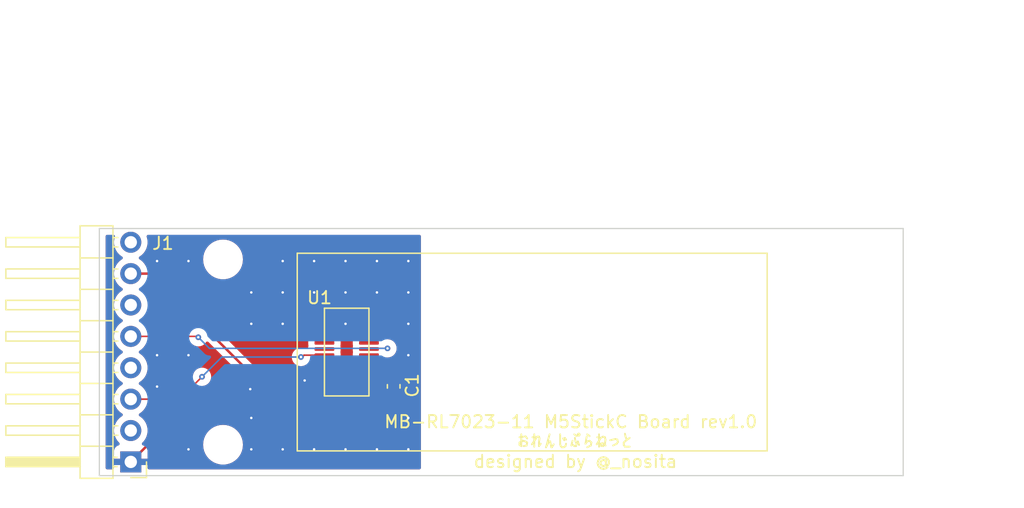
<source format=kicad_pcb>
(kicad_pcb (version 20211014) (generator pcbnew)
  (layers (0 "F.Cu" signal) (31 "B.Cu" signal) (34 "B.Paste" user) (35 "F.Paste" user) (36 "B.SilkS" user "B.Silkscreen") (37 "F.SilkS" user "F.Silkscreen") (38 "B.Mask" user) (39 "F.Mask" user) (44 "Edge.Cuts" user))
  (net 0 "")
  (net 1 "GND")
  (net 2 "+3V3")
  (net 4 "/M5_STICKC_RX")
  (net 6 "/M5_STICKC_TX")
  (footprint "MountingHole:MountingHole_2.2mm_M2" (layer "F.Cu") (at 128 124.5 90)
    (fp_text reference "H2" hide)
    (fp_text value "MountingHole")
    (pad "" np_thru_hole circle (at 0 0 90) (size 2.2 2.2) (drill 2.2) (layers *.Cu *.Mask))
  )
  (footprint "MountingHole:MountingHole_2.2mm_M2" (layer "F.Cu") (at 180.5 109.5)
    (fp_text reference "H4" hide)
    (fp_text value "MountingHole")
    (pad "" np_thru_hole circle (at 0 0) (size 2.2 2.2) (drill 2.2) (layers *.Cu *.Mask))
  )
  (footprint "taki:MB-RL7021-11" (layer "F.Cu") (at 138 117)
    (fp_text reference "U1" (at -2.2 -4.4 unlocked) (layer "F.SilkS"))
    (fp_text value "MB-RL7021-11")
    (fp_line (start 34 8) (end 34 -8) (layer "F.SilkS") (width 0.12))
    (fp_line (start 1.8 3.55) (end 1.8 -3.55) (layer "F.SilkS") (width 0.12))
    (fp_line (start 34 -8) (end -4 -8) (layer "F.SilkS") (width 0.12))
    (fp_line (start -4 8) (end 34 8) (layer "F.SilkS") (width 0.12))
    (fp_line (start -1.8 -3.55) (end -1.8 3.55) (layer "F.SilkS") (width 0.12))
    (fp_line (start 1.8 -3.55) (end -1.8 -3.55) (layer "F.SilkS") (width 0.12))
    (fp_line (start -1.8 3.55) (end 1.8 3.55) (layer "F.SilkS") (width 0.12))
    (fp_line (start -4 -8) (end -4 8) (layer "F.SilkS") (width 0.12))
    (pad "" np_thru_hole circle (at 26.5 -5.5) (size 2.2 2.2) (drill 2.2) (layers F&B.Cu *.Mask))
    (pad "1" smd roundrect (at 1.8 2.25 180) (size 1.6 0.3) (layers "F.Cu" "F.Paste" "F.Mask") (net 2 "+3V3"))
    (pad "2" smd roundrect (at -1.8 2.25 180) (size 1.6 0.3) (layers "F.Cu" "F.Paste" "F.Mask") (net 1 "GND"))
    (pad "3" smd roundrect (at 1.8 1.75 180) (size 1.6 0.3) (layers "F.Cu" "F.Paste" "F.Mask") (net 2 "+3V3"))
    (pad "4" smd roundrect (at -1.8 1.75 180) (size 1.6 0.3) (layers "F.Cu" "F.Paste" "F.Mask") (net 1 "GND"))
    (pad "5" smd roundrect (at 1.8 1.25 180) (size 1.6 0.3) (layers "F.Cu" "F.Paste" "F.Mask"))
    (pad "6" smd roundrect (at -1.8 1.25 180) (size 1.6 0.3) (layers "F.Cu" "F.Paste" "F.Mask"))
    (pad "7" smd roundrect (at 1.8 0.75 180) (size 1.6 0.3) (layers "F.Cu" "F.Paste" "F.Mask"))
    (pad "8" smd roundrect (at -1.8 0.75 180) (size 1.6 0.3) (layers "F.Cu" "F.Paste" "F.Mask"))
    (pad "9" smd roundrect (at 1.8 0.25 180) (size 1.6 0.3) (layers "F.Cu" "F.Paste" "F.Mask"))
    (pad "10" smd roundrect (at -1.8 0.25 180) (size 1.6 0.3) (layers "F.Cu" "F.Paste" "F.Mask") (net 4 "/M5_STICKC_RX"))
    (pad "11" smd roundrect (at 1.8 -0.25 180) (size 1.6 0.3) (layers "F.Cu" "F.Paste" "F.Mask") (net 6 "/M5_STICKC_TX"))
    (pad "12" smd roundrect (at -1.8 -0.25 180) (size 1.6 0.3) (layers "F.Cu" "F.Paste" "F.Mask"))
    (pad "13" smd roundrect (at 1.8 -0.75 180) (size 1.6 0.3) (layers "F.Cu" "F.Paste" "F.Mask"))
    (pad "14" smd roundrect (at -1.8 -0.75 180) (size 1.6 0.3) (layers "F.Cu" "F.Paste" "F.Mask"))
    (pad "15" smd roundrect (at 1.8 -1.25 180) (size 1.6 0.3) (layers "F.Cu" "F.Paste" "F.Mask"))
    (pad "16" smd roundrect (at -1.8 -1.25 180) (size 1.6 0.3) (layers "F.Cu" "F.Paste" "F.Mask"))
    (pad "17" smd roundrect (at 1.8 -1.75 180) (size 1.6 0.3) (layers "F.Cu" "F.Paste" "F.Mask"))
    (pad "18" smd roundrect (at -1.8 -1.75 180) (size 1.6 0.3) (layers "F.Cu" "F.Paste" "F.Mask"))
    (pad "19" smd roundrect (at 1.8 -2.25 180) (size 1.6 0.3) (layers "F.Cu" "F.Paste" "F.Mask"))
    (pad "20" smd roundrect (at -1.8 -2.25 180) (size 1.6 0.3) (layers "F.Cu" "F.Paste" "F.Mask"))
  )
  (footprint "Capacitor_SMD:C_0603_1608Metric" (layer "F.Cu") (at 141.8 119.775 90)
    (fp_text reference "C1" (at 0.075 1.5 270) (layer "F.SilkS"))
    (fp_text value "0.1u")
    (fp_line (start -0.14058 -0.51) (end 0.14058 -0.51) (layer "F.SilkS") (width 0.12))
    (fp_line (start -0.14058 0.51) (end 0.14058 0.51) (layer "F.SilkS") (width 0.12))
    (pad "1" smd roundrect (at -0.775 0 90) (size 0.9 0.95) (layers "F.Cu" "F.Paste" "F.Mask") (net 1 "GND"))
    (pad "2" smd roundrect (at 0.775 0 90) (size 0.9 0.95) (layers "F.Cu" "F.Paste" "F.Mask") (net 2 "+3V3"))
  )
  (footprint "Connector_PinHeader_2.54mm:PinHeader_1x08_P2.54mm_Horizontal" (layer "F.Cu") (at 120.54 125.89 180)
    (fp_text reference "J1" (at -2.6 17.69) (layer "F.SilkS"))
    (fp_text value "Conn_01x08")
    (fp_line (start 4.1 2.16) (end 10.1 2.16) (layer "F.SilkS") (width 0.12))
    (fp_line (start 4.1 9.78) (end 10.1 9.78) (layer "F.SilkS") (width 0.12))
    (fp_line (start 1.042929 14.86) (end 1.44 14.86) (layer "F.SilkS") (width 0.12))
    (fp_line (start 1.11 0.38) (end 1.44 0.38) (layer "F.SilkS") (width 0.12))
    (fp_line (start 10.1 18.16) (end 4.1 18.16) (layer "F.SilkS") (width 0.12))
    (fp_line (start 4.1 -1.33) (end 1.44 -1.33) (layer "F.SilkS") (width 0.12))
    (fp_line (start 10.1 8) (end 4.1 8) (layer "F.SilkS") (width 0.12))
    (fp_line (start 10.1 5.46) (end 4.1 5.46) (layer "F.SilkS") (width 0.12))
    (fp_line (start 1.042929 10.54) (end 1.44 10.54) (layer "F.SilkS") (width 0.12))
    (fp_line (start 4.1 0.16) (end 10.1 0.16) (layer "F.SilkS") (width 0.12))
    (fp_line (start 4.1 19.11) (end 4.1 -1.33) (layer "F.SilkS") (width 0.12))
    (fp_line (start 1.44 1.27) (end 4.1 1.27) (layer "F.SilkS") (width 0.12))
    (fp_line (start 10.1 14.86) (end 10.1 15.62) (layer "F.SilkS") (width 0.12))
    (fp_line (start 10.1 17.4) (end 10.1 18.16) (layer "F.SilkS") (width 0.12))
    (fp_line (start 4.1 17.4) (end 10.1 17.4) (layer "F.SilkS") (width 0.12))
    (fp_line (start 10.1 2.92) (end 4.1 2.92) (layer "F.SilkS") (width 0.12))
    (fp_line (start 1.44 19.11) (end 4.1 19.11) (layer "F.SilkS") (width 0.12))
    (fp_line (start 10.1 9.78) (end 10.1 10.54) (layer "F.SilkS") (width 0.12))
    (fp_line (start 1.042929 2.92) (end 1.44 2.92) (layer "F.SilkS") (width 0.12))
    (fp_line (start 4.1 -0.38) (end 10.1 -0.38) (layer "F.SilkS") (width 0.12))
    (fp_line (start 1.44 6.35) (end 4.1 6.35) (layer "F.SilkS") (width 0.12))
    (fp_line (start 1.042929 15.62) (end 1.44 15.62) (layer "F.SilkS") (width 0.12))
    (fp_line (start 1.042929 12.32) (end 1.44 12.32) (layer "F.SilkS") (width 0.12))
    (fp_line (start 4.1 -0.2) (end 10.1 -0.2) (layer "F.SilkS") (width 0.12))
    (fp_line (start -1.27 -1.27) (end 0 -1.27) (layer "F.SilkS") (width 0.12))
    (fp_line (start 1.042929 5.46) (end 1.44 5.46) (layer "F.SilkS") (width 0.12))
    (fp_line (start 4.1 12.32) (end 10.1 12.32) (layer "F.SilkS") (width 0.12))
    (fp_line (start 10.1 7.24) (end 10.1 8) (layer "F.SilkS") (width 0.12))
    (fp_line (start 4.1 0.28) (end 10.1 0.28) (layer "F.SilkS") (width 0.12))
    (fp_line (start 10.1 13.08) (end 4.1 13.08) (layer "F.SilkS") (width 0.12))
    (fp_line (start 4.1 0.04) (end 10.1 0.04) (layer "F.SilkS") (width 0.12))
    (fp_line (start 10.1 -0.38) (end 10.1 0.38) (layer "F.SilkS") (width 0.12))
    (fp_line (start 1.042929 2.16) (end 1.44 2.16) (layer "F.SilkS") (width 0.12))
    (fp_line (start 4.1 -0.08) (end 10.1 -0.08) (layer "F.SilkS") (width 0.12))
    (fp_line (start 10.1 0.38) (end 4.1 0.38) (layer "F.SilkS") (width 0.12))
    (fp_line (start 4.1 4.7) (end 10.1 4.7) (layer "F.SilkS") (width 0.12))
    (fp_line (start 1.042929 13.08) (end 1.44 13.08) (layer "F.SilkS") (width 0.12))
    (fp_line (start 1.042929 17.4) (end 1.44 17.4) (layer "F.SilkS") (width 0.12))
    (fp_line (start 1.44 13.97) (end 4.1 13.97) (layer "F.SilkS") (width 0.12))
    (fp_line (start 1.44 11.43) (end 4.1 11.43) (layer "F.SilkS") (width 0.12))
    (fp_line (start 10.1 2.16) (end 10.1 2.92) (layer "F.SilkS") (width 0.12))
    (fp_line (start 10.1 4.7) (end 10.1 5.46) (layer "F.SilkS") (width 0.12))
    (fp_line (start 1.042929 9.78) (end 1.44 9.78) (layer "F.SilkS") (width 0.12))
    (fp_line (start 1.11 -0.38) (end 1.44 -0.38) (layer "F.SilkS") (width 0.12))
    (fp_line (start 1.042929 7.24) (end 1.44 7.24) (layer "F.SilkS") (width 0.12))
    (fp_line (start 4.1 14.86) (end 10.1 14.86) (layer "F.SilkS") (width 0.12))
    (fp_line (start 10.1 10.54) (end 4.1 10.54) (layer "F.SilkS") (width 0.12))
    (fp_line (start 1.042929 8) (end 1.44 8) (layer "F.SilkS") (width 0.12))
    (fp_line (start 1.44 -1.33) (end 1.44 19.11) (layer "F.SilkS") (width 0.12))
    (fp_line (start 1.042929 18.16) (end 1.44 18.16) (layer "F.SilkS") (width 0.12))
    (fp_line (start 1.042929 4.7) (end 1.44 4.7) (layer "F.SilkS") (width 0.12))
    (fp_line (start -1.27 0) (end -1.27 -1.27) (layer "F.SilkS") (width 0.12))
    (fp_line (start 1.44 16.51) (end 4.1 16.51) (layer "F.SilkS") (width 0.12))
    (fp_line (start 10.1 15.62) (end 4.1 15.62) (layer "F.SilkS") (width 0.12))
    (fp_line (start 10.1 12.32) (end 10.1 13.08) (layer "F.SilkS") (width 0.12))
    (fp_line (start 1.44 8.89) (end 4.1 8.89) (layer "F.SilkS") (width 0.12))
    (fp_line (start 4.1 -0.32) (end 10.1 -0.32) (layer "F.SilkS") (width 0.12))
    (fp_line (start 4.1 7.24) (end 10.1 7.24) (layer "F.SilkS") (width 0.12))
    (fp_line (start 1.44 3.81) (end 4.1 3.81) (layer "F.SilkS") (width 0.12))
    (pad "1" thru_hole rect (at 0 0 180) (size 1.7 1.7) (drill 1) (layers *.Cu *.Mask) (net 1 "GND"))
    (pad "2" thru_hole oval (at 0 2.54 180) (size 1.7 1.7) (drill 1) (layers *.Cu *.Mask))
    (pad "3" thru_hole oval (at 0 5.08 180) (size 1.7 1.7) (drill 1) (layers *.Cu *.Mask) (net 4 "/M5_STICKC_RX"))
    (pad "4" thru_hole oval (at 0 7.62 180) (size 1.7 1.7) (drill 1) (layers *.Cu *.Mask))
    (pad "5" thru_hole oval (at 0 10.16 180) (size 1.7 1.7) (drill 1) (layers *.Cu *.Mask) (net 6 "/M5_STICKC_TX"))
    (pad "6" thru_hole oval (at 0 12.7 180) (size 1.7 1.7) (drill 1) (layers *.Cu *.Mask))
    (pad "7" thru_hole oval (at 0 15.24 180) (size 1.7 1.7) (drill 1) (layers *.Cu *.Mask) (net 2 "+3V3"))
    (pad "8" thru_hole oval (at 0 17.78 180) (size 1.7 1.7) (drill 1) (layers *.Cu *.Mask))
  )
  (footprint "MountingHole:MountingHole_2.2mm_M2" (layer "F.Cu") (at 128 109.5 90)
    (fp_text reference "H1" hide)
    (fp_text value "MountingHole")
    (pad "" np_thru_hole circle (at 0 0 90) (size 2.2 2.2) (drill 2.2) (layers *.Cu *.Mask))
  )
  (footprint "MountingHole:MountingHole_2.2mm_M2" (layer "F.Cu") (at 180.5 124.5)
    (fp_text reference "H3" hide)
    (fp_text value "MountingHole")
    (pad "" np_thru_hole circle (at 0 0) (size 2.2 2.2) (drill 2.2) (layers *.Cu *.Mask))
  )
  (gr_line (start 183 107) (end 118 107) (layer "Edge.Cuts") (width 0.1))
  (gr_line (start 118 107) (end 118 127) (layer "Edge.Cuts") (width 0.1))
  (gr_line (start 183 127) (end 183 107) (layer "Edge.Cuts") (width 0.1))
  (gr_line (start 118 127) (end 183 127) (layer "Edge.Cuts") (width 0.1))
  (gr_text "MB-RL7023-11 M5StickC Board rev1.0 \nおれんじぷらねっと\ndesigned by @_nosita" (at 156.5 124.25) (layer "F.SilkS") (effects (font (size 1 1))))
  (segment (start 120.54 125.89) (end 126.43 120) (width 0.2) (layer "F.Cu") (net 1))
  (segment (start 132.1 121.9) (end 139.4 121.9) (width 0.2) (layer "F.Cu") (net 1))
  (segment (start 130.2 120) (end 132.1 121.9) (width 0.2) (layer "F.Cu") (net 1))
  (segment (start 139.4 121.9) (end 140.75 120.55) (width 0.2) (layer "F.Cu") (net 1))
  (segment (start 134.65 119.25) (end 134.6 119.3) (width 0.2) (layer "F.Cu") (net 1))
  (segment (start 136.2 119.25) (end 134.65 119.25) (width 0.2) (layer "F.Cu") (net 1))
  (segment (start 140.75 120.55) (end 141.8 120.55) (width 0.2) (layer "F.Cu") (net 1))
  (segment (start 135.15 118.75) (end 136.2 118.75) (width 0.2) (layer "F.Cu") (net 1))
  (segment (start 134.6 119.3) (end 135.15 118.75) (width 0.2) (layer "F.Cu") (net 1))
  (segment (start 126.43 120) (end 126.6 120) (width 0.2) (layer "F.Cu") (net 1))
  (segment (start 126.6 120) (end 130.2 120) (width 0.2) (layer "F.Cu") (net 1))
  (via (at 142.985 109.6325) (size 0.46) (drill 0.2) (layers "F.Cu" "B.Cu") (net 1))
  (via (at 130.285 122.3325) (size 0.46) (drill 0.2) (layers "F.Cu" "B.Cu") (net 1))
  (via (at 130.2 120) (size 0.46) (drill 0.2) (layers "F.Cu" "B.Cu") (net 1))
  (via (at 142.985 117.2525) (size 0.46) (drill 0.2) (layers "F.Cu" "B.Cu") (net 1))
  (via (at 142.985 124.8725) (size 0.46) (drill 0.2) (layers "F.Cu" "B.Cu") (net 1))
  (via (at 132.825 124.8725) (size 0.46) (drill 0.2) (layers "F.Cu" "B.Cu") (net 1))
  (via (at 142.985 122.3325) (size 0.46) (drill 0.2) (layers "F.Cu" "B.Cu") (net 1))
  (via (at 137.905 112.1725) (size 0.46) (drill 0.2) (layers "F.Cu" "B.Cu") (net 1))
  (via (at 125.205 109.6325) (size 0.46) (drill 0.2) (layers "F.Cu" "B.Cu") (net 1))
  (via (at 130.285 114.7125) (size 0.46) (drill 0.2) (layers "F.Cu" "B.Cu") (net 1))
  (via (at 137.905 124.8725) (size 0.46) (drill 0.2) (layers "F.Cu" "B.Cu") (net 1))
  (via (at 137.905 114.7125) (size 0.46) (drill 0.2) (layers "F.Cu" "B.Cu") (net 1))
  (via (at 125.205 117.2525) (size 0.46) (drill 0.2) (layers "F.Cu" "B.Cu") (net 1))
  (via (at 135.365 109.6325) (size 0.46) (drill 0.2) (layers "F.Cu" "B.Cu") (net 1))
  (via (at 130.285 112.1725) (size 0.46) (drill 0.2) (layers "F.Cu" "B.Cu") (net 1))
  (via (at 122.665 119.7925) (size 0.46) (drill 0.2) (layers "F.Cu" "B.Cu") (net 1))
  (via (at 135.365 112.1725) (size 0.46) (drill 0.2) (layers "F.Cu" "B.Cu") (net 1))
  (via (at 142.985 114.7125) (size 0.46) (drill 0.2) (layers "F.Cu" "B.Cu") (net 1))
  (via (at 140.445 124.8725) (size 0.46) (drill 0.2) (layers "F.Cu" "B.Cu") (net 1))
  (via (at 140.445 112.1725) (size 0.46) (drill 0.2) (layers "F.Cu" "B.Cu") (net 1))
  (via (at 135.365 124.8725) (size 0.46) (drill 0.2) (layers "F.Cu" "B.Cu") (net 1))
  (via (at 132.825 114.7125) (size 0.46) (drill 0.2) (layers "F.Cu" "B.Cu") (net 1))
  (via (at 134.6 119.3) (size 0.46) (drill 0.2) (layers "F.Cu" "B.Cu") (net 1))
  (via (at 130.285 124.8725) (size 0.46) (drill 0.2) (layers "F.Cu" "B.Cu") (net 1))
  (via (at 132.825 109.6325) (size 0.46) (drill 0.2) (layers "F.Cu" "B.Cu") (net 1))
  (via (at 132.825 112.1725) (size 0.46) (drill 0.2) (layers "F.Cu" "B.Cu") (net 1))
  (via (at 125.205 124.8725) (size 0.46) (drill 0.2) (layers "F.Cu" "B.Cu") (net 1))
  (via (at 122.665 117.2525) (size 0.46) (drill 0.2) (layers "F.Cu" "B.Cu") (net 1))
  (via (at 142.985 112.1725) (size 0.46) (drill 0.2) (layers "F.Cu" "B.Cu") (net 1))
  (via (at 140.445 109.6325) (size 0.46) (drill 0.2) (layers "F.Cu" "B.Cu") (net 1))
  (via (at 137.905 109.6325) (size 0.46) (drill 0.2) (layers "F.Cu" "B.Cu") (net 1))
  (via (at 122.665 109.6325) (size 0.46) (drill 0.2) (layers "F.Cu" "B.Cu") (net 1))
  (segment (start 130.2 120) (end 133.9 120) (width 0.2) (layer "B.Cu") (net 1))
  (segment (start 133.9 120) (end 134.6 119.3) (width 0.2) (layer "B.Cu") (net 1))
  (segment (start 140.85 119.25) (end 141.1 119) (width 0.2) (layer "F.Cu") (net 2))
  (segment (start 139.8 118.75) (end 140.85 118.75) (width 0.2) (layer "F.Cu") (net 2))
  (segment (start 138.4 119.6) (end 138.4 119) (width 0.2) (layer "F.Cu") (net 2))
  (segment (start 139.8 119.25) (end 140.85 119.25) (width 0.2) (layer "F.Cu") (net 2))
  (segment (start 139.8 119.25) (end 138.75 119.25) (width 0.2) (layer "F.Cu") (net 2))
  (segment (start 120.54 110.65) (end 122.15 110.65) (width 0.2) (layer "F.Cu") (net 2))
  (segment (start 137.8 120.6) (end 138.4 120) (width 0.2) (layer "F.Cu") (net 2))
  (segment (start 122.15 110.65) (end 132.1 120.6) (width 0.2) (layer "F.Cu") (net 2))
  (segment (start 138.4 120) (end 138.4 119.6) (width 0.2) (layer "F.Cu") (net 2))
  (segment (start 138.4 119) (end 138.65 118.75) (width 0.2) (layer "F.Cu") (net 2))
  (segment (start 138.75 119.25) (end 138.4 119.6) (width 0.2) (layer "F.Cu") (net 2))
  (segment (start 138.65 118.75) (end 139.8 118.75) (width 0.2) (layer "F.Cu") (net 2))
  (segment (start 140.85 118.75) (end 141.1 119) (width 0.2) (layer "F.Cu") (net 2))
  (segment (start 141.1 119) (end 141.8 119) (width 0.2) (layer "F.Cu") (net 2))
  (segment (start 132.1 120.6) (end 137.8 120.6) (width 0.2) (layer "F.Cu") (net 2))
  (segment (start 134.3 117.4) (end 134.4 117.4) (width 0.127) (layer "F.Cu") (net 4))
  (segment (start 134.55 117.25) (end 136.2 117.25) (width 0.127) (layer "F.Cu") (net 4))
  (segment (start 134.4 117.4) (end 134.55 117.25) (width 0.127) (layer "F.Cu") (net 4))
  (segment (start 120.54 120.81) (end 124.49 120.81) (width 0.127) (layer "F.Cu") (net 4))
  (segment (start 124.49 120.81) (end 126.3 119) (width 0.127) (layer "F.Cu") (net 4))
  (via (at 126.3 119) (size 0.46) (drill 0.2) (layers "F.Cu" "B.Cu") (net 4))
  (via (at 134.3 117.4) (size 0.46) (drill 0.2) (layers "F.Cu" "B.Cu") (net 4))
  (segment (start 127.9 117.4) (end 134.3 117.4) (width 0.127) (layer "B.Cu") (net 4))
  (segment (start 126.3 119) (end 127.9 117.4) (width 0.127) (layer "B.Cu") (net 4))
  (segment (start 141.3 116.7) (end 139.85 116.7) (width 0.127) (layer "F.Cu") (net 6))
  (segment (start 125.93 115.73) (end 126 115.8) (width 0.127) (layer "F.Cu") (net 6))
  (segment (start 139.85 116.7) (end 139.8 116.75) (width 0.127) (layer "F.Cu") (net 6))
  (segment (start 120.54 115.73) (end 125.93 115.73) (width 0.127) (layer "F.Cu") (net 6))
  (via (at 126 115.8) (size 0.46) (drill 0.2) (layers "F.Cu" "B.Cu") (net 6))
  (via (at 141.3 116.7) (size 0.46) (drill 0.2) (layers "F.Cu" "B.Cu") (net 6))
  (segment (start 126.9 116.7) (end 141.3 116.7) (width 0.127) (layer "B.Cu") (net 6))
  (segment (start 126 115.8) (end 126.9 116.7) (width 0.127) (layer "B.Cu") (net 6))
  (zone (net 1) (net_name "GND") (layers F&B.Cu) (connect_pads (clearance 0.508)) (min_thickness 0.254) (fill yes (thermal_gap 0.508) (thermal_bridge_width 0.508))
    (polygon (pts (xy 144 127) (xy 116 127) (xy 116 107) (xy 144 107)))
  )
)
</source>
